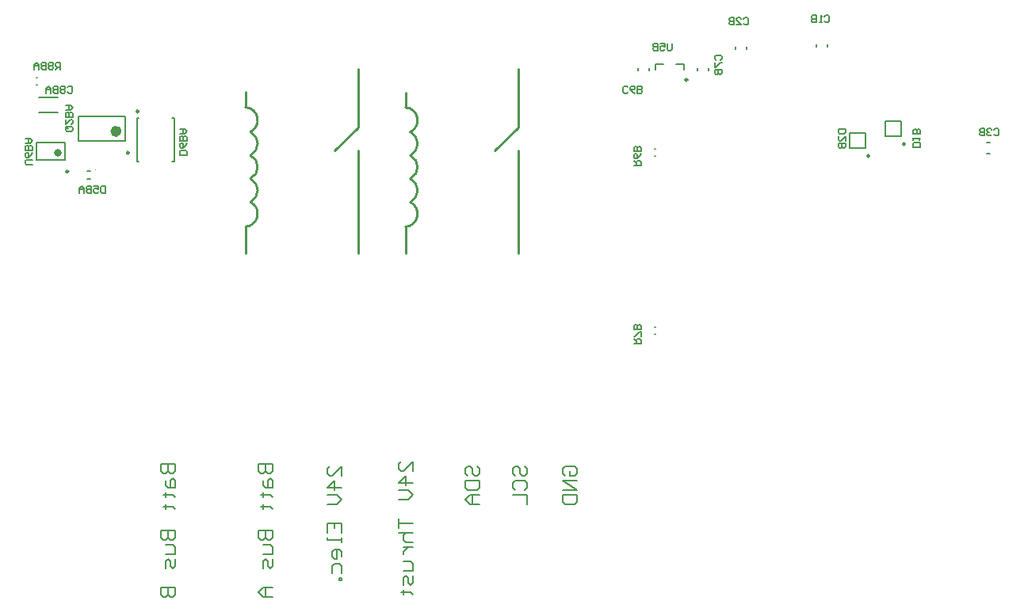
<source format=gbo>
G04 Layer_Color=32896*
%FSLAX24Y24*%
%MOIN*%
G70*
G01*
G75*
%ADD23C,0.0100*%
%ADD40C,0.0039*%
%ADD41C,0.0098*%
%ADD42C,0.0236*%
%ADD44C,0.0157*%
%ADD45C,0.0079*%
%ADD48C,0.0070*%
D23*
X17197Y16909D02*
G03*
X17197Y17894I-246J492D01*
G01*
Y18878D02*
G03*
X17197Y19862I-246J492D01*
G01*
X16996Y15869D02*
G03*
X17197Y16909I-46J548D01*
G01*
Y19862D02*
G03*
X16990Y20903I-246J492D01*
G01*
X17197Y17894D02*
G03*
X17197Y18878I-246J492D01*
G01*
X10472Y17898D02*
G03*
X10472Y18882I-246J492D01*
G01*
Y19866D02*
G03*
X10266Y20907I-246J492D01*
G01*
X10272Y15873D02*
G03*
X10472Y16913I-46J548D01*
G01*
Y18882D02*
G03*
X10472Y19866I-246J492D01*
G01*
Y16913D02*
G03*
X10472Y17898I-246J492D01*
G01*
X16996Y14748D02*
Y15869D01*
X16990Y20903D02*
Y21525D01*
X17000Y21535D01*
X21724Y20059D02*
Y22520D01*
X20740Y19075D02*
X21724Y20059D01*
Y14744D02*
Y19075D01*
X15000Y14748D02*
Y19079D01*
X14016D02*
X15000Y20063D01*
Y22524D01*
X10266Y21529D02*
X10276Y21539D01*
X10266Y20907D02*
Y21529D01*
X10272Y14752D02*
Y15873D01*
D40*
X3973Y18284D02*
G03*
X3973Y18284I-20J0D01*
G01*
D41*
X28858Y22059D02*
G03*
X28858Y22059I-49J0D01*
G01*
X38006Y19356D02*
G03*
X38006Y19356I-49J0D01*
G01*
X36506Y18856D02*
G03*
X36506Y18856I-49J0D01*
G01*
X2816Y18202D02*
G03*
X2816Y18202I-49J0D01*
G01*
X5361Y18988D02*
G03*
X5361Y18988I-49J0D01*
G01*
X5770Y20732D02*
G03*
X5770Y20732I-49J0D01*
G01*
D42*
X4936Y19894D02*
G03*
X4936Y19894I-118J0D01*
G01*
D44*
X2451Y18989D02*
G03*
X2451Y18989I-79J0D01*
G01*
D45*
X34736Y23441D02*
Y23559D01*
X34264Y23441D02*
Y23559D01*
X31336Y23341D02*
Y23459D01*
X30864Y23341D02*
Y23459D01*
X28710Y22483D02*
Y22719D01*
X28376D02*
X28710D01*
X27490Y22483D02*
Y22719D01*
X27824D01*
X37165Y19693D02*
Y20307D01*
X37835D01*
Y19693D02*
Y20307D01*
X37165Y19693D02*
X37835D01*
X35665Y19193D02*
Y19807D01*
X36335D01*
Y19193D02*
Y19807D01*
X35665Y19193D02*
X36335D01*
X41441Y18964D02*
X41559D01*
X41441Y19436D02*
X41559D01*
X29264Y22441D02*
Y22559D01*
X29736Y22441D02*
Y22559D01*
X27480Y18852D02*
X27520D01*
X27480Y19148D02*
X27520D01*
X26764Y22441D02*
Y22559D01*
X27236Y22441D02*
Y22559D01*
X27480Y11352D02*
X27520D01*
X27480Y11648D02*
X27520D01*
X1467Y18674D02*
X2688D01*
X1467Y19422D02*
X2688D01*
Y18674D02*
Y19422D01*
X1467Y18674D02*
Y19422D01*
X3243Y19500D02*
X5212D01*
X3243Y20524D02*
X5212D01*
Y19500D02*
Y20524D01*
X3243Y19500D02*
Y20524D01*
X7175Y18630D02*
X7265D01*
X7175Y20441D02*
X7265D01*
X5690Y18630D02*
X5780D01*
X5690Y20441D02*
X5780D01*
X7265Y18630D02*
Y20441D01*
X5690Y18630D02*
Y20441D01*
X3617Y17891D02*
X3738D01*
X3617Y18206D02*
X3738D01*
X1458Y21852D02*
X1497D01*
X1458Y22148D02*
X1497D01*
X1584Y20695D02*
X2371D01*
X1584Y21305D02*
X2371D01*
D48*
X34620Y24720D02*
X34670Y24770D01*
X34770D01*
X34820Y24720D01*
Y24520D01*
X34770Y24470D01*
X34670D01*
X34620Y24520D01*
X34520Y24470D02*
X34420D01*
X34470D01*
Y24770D01*
X34520Y24720D01*
X34270Y24770D02*
Y24470D01*
X34120D01*
X34070Y24520D01*
Y24570D01*
X34120Y24620D01*
X34270D01*
X34120D01*
X34070Y24670D01*
Y24720D01*
X34120Y24770D01*
X34270D01*
X31220Y24620D02*
X31270Y24670D01*
X31370D01*
X31420Y24620D01*
Y24420D01*
X31370Y24370D01*
X31270D01*
X31220Y24420D01*
X30920Y24370D02*
X31120D01*
X30920Y24570D01*
Y24620D01*
X30970Y24670D01*
X31070D01*
X31120Y24620D01*
X30820Y24670D02*
Y24370D01*
X30670D01*
X30620Y24420D01*
Y24470D01*
X30670Y24520D01*
X30820D01*
X30670D01*
X30620Y24570D01*
Y24620D01*
X30670Y24670D01*
X30820D01*
X41740Y19960D02*
X41790Y20010D01*
X41890D01*
X41940Y19960D01*
Y19760D01*
X41890Y19710D01*
X41790D01*
X41740Y19760D01*
X41640Y19960D02*
X41590Y20010D01*
X41490D01*
X41440Y19960D01*
Y19910D01*
X41490Y19860D01*
X41540D01*
X41490D01*
X41440Y19810D01*
Y19760D01*
X41490Y19710D01*
X41590D01*
X41640Y19760D01*
X41340Y20010D02*
Y19710D01*
X41190D01*
X41140Y19760D01*
Y19810D01*
X41190Y19860D01*
X41340D01*
X41190D01*
X41140Y19910D01*
Y19960D01*
X41190Y20010D01*
X41340D01*
X26340Y21550D02*
X26290Y21500D01*
X26190D01*
X26140Y21550D01*
Y21750D01*
X26190Y21800D01*
X26290D01*
X26340Y21750D01*
X26640Y21500D02*
X26540Y21550D01*
X26440Y21650D01*
Y21750D01*
X26490Y21800D01*
X26590D01*
X26640Y21750D01*
Y21700D01*
X26590Y21650D01*
X26440D01*
X26740Y21500D02*
Y21800D01*
X26890D01*
X26940Y21750D01*
Y21700D01*
X26890Y21650D01*
X26740D01*
X26890D01*
X26940Y21600D01*
Y21550D01*
X26890Y21500D01*
X26740D01*
X4377Y17588D02*
Y17288D01*
X4228D01*
X4178Y17338D01*
Y17538D01*
X4228Y17588D01*
X4377D01*
X3878D02*
X4078D01*
Y17438D01*
X3978Y17488D01*
X3928D01*
X3878Y17438D01*
Y17338D01*
X3928Y17288D01*
X4028D01*
X4078Y17338D01*
X3778Y17588D02*
Y17288D01*
X3628D01*
X3578Y17338D01*
Y17388D01*
X3628Y17438D01*
X3778D01*
X3628D01*
X3578Y17488D01*
Y17538D01*
X3628Y17588D01*
X3778D01*
X3478Y17288D02*
Y17488D01*
X3378Y17588D01*
X3278Y17488D01*
Y17288D01*
Y17438D01*
X3478D01*
X7800Y18900D02*
X7500D01*
Y19050D01*
X7550Y19100D01*
X7750D01*
X7800Y19050D01*
Y18900D01*
Y19400D02*
X7750Y19300D01*
X7650Y19200D01*
X7550D01*
X7500Y19250D01*
Y19350D01*
X7550Y19400D01*
X7600D01*
X7650Y19350D01*
Y19200D01*
X7800Y19500D02*
X7500D01*
Y19650D01*
X7550Y19700D01*
X7600D01*
X7650Y19650D01*
Y19500D01*
Y19650D01*
X7700Y19700D01*
X7750D01*
X7800Y19650D01*
Y19500D01*
X7500Y19800D02*
X7700D01*
X7800Y19900D01*
X7700Y20000D01*
X7500D01*
X7650D01*
Y19800D01*
X2750Y20100D02*
X2950D01*
X3000Y20050D01*
Y19950D01*
X2950Y19900D01*
X2750D01*
X2700Y19950D01*
Y20050D01*
X2800Y20000D02*
X2700Y20100D01*
Y20050D02*
X2750Y20100D01*
X2700Y20400D02*
Y20200D01*
X2900Y20400D01*
X2950D01*
X3000Y20350D01*
Y20250D01*
X2950Y20200D01*
X3000Y20500D02*
X2700D01*
Y20650D01*
X2750Y20700D01*
X2800D01*
X2850Y20650D01*
Y20500D01*
Y20650D01*
X2900Y20700D01*
X2950D01*
X3000Y20650D01*
Y20500D01*
X2700Y20800D02*
X2900D01*
X3000Y20900D01*
X2900Y21000D01*
X2700D01*
X2850D01*
Y20800D01*
X26600Y18440D02*
X26900D01*
Y18590D01*
X26850Y18640D01*
X26750D01*
X26700Y18590D01*
Y18440D01*
Y18540D02*
X26600Y18640D01*
X26900Y18940D02*
X26850Y18840D01*
X26750Y18740D01*
X26650D01*
X26600Y18790D01*
Y18890D01*
X26650Y18940D01*
X26700D01*
X26750Y18890D01*
Y18740D01*
X26900Y19040D02*
X26600D01*
Y19190D01*
X26650Y19240D01*
X26700D01*
X26750Y19190D01*
Y19040D01*
Y19190D01*
X26800Y19240D01*
X26850D01*
X26900Y19190D01*
Y19040D01*
X26600Y10940D02*
X26900D01*
Y11090D01*
X26850Y11140D01*
X26750D01*
X26700Y11090D01*
Y10940D01*
Y11040D02*
X26600Y11140D01*
X26900Y11240D02*
Y11440D01*
X26850D01*
X26650Y11240D01*
X26600D01*
X26900Y11540D02*
X26600D01*
Y11690D01*
X26650Y11740D01*
X26700D01*
X26750Y11690D01*
Y11540D01*
Y11690D01*
X26800Y11740D01*
X26850D01*
X26900Y11690D01*
Y11540D01*
X1300Y18500D02*
X1050D01*
X1000Y18550D01*
Y18650D01*
X1050Y18700D01*
X1300D01*
Y19000D02*
X1250Y18900D01*
X1150Y18800D01*
X1050D01*
X1000Y18850D01*
Y18950D01*
X1050Y19000D01*
X1100D01*
X1150Y18950D01*
Y18800D01*
X1300Y19100D02*
X1000D01*
Y19250D01*
X1050Y19300D01*
X1100D01*
X1150Y19250D01*
Y19100D01*
Y19250D01*
X1200Y19300D01*
X1250D01*
X1300Y19250D01*
Y19100D01*
X1000Y19400D02*
X1200D01*
X1300Y19500D01*
X1200Y19600D01*
X1000D01*
X1150D01*
Y19400D01*
X30050Y22900D02*
X30000Y22950D01*
Y23050D01*
X30050Y23100D01*
X30250D01*
X30300Y23050D01*
Y22950D01*
X30250Y22900D01*
X30000Y22800D02*
Y22600D01*
X30050D01*
X30250Y22800D01*
X30300D01*
X30000Y22500D02*
X30300D01*
Y22350D01*
X30250Y22300D01*
X30200D01*
X30150Y22350D01*
Y22500D01*
Y22350D01*
X30100Y22300D01*
X30050D01*
X30000Y22350D01*
Y22500D01*
X2778Y21750D02*
X2828Y21800D01*
X2928D01*
X2977Y21750D01*
Y21550D01*
X2928Y21500D01*
X2828D01*
X2778Y21550D01*
X2678Y21750D02*
X2628Y21800D01*
X2528D01*
X2478Y21750D01*
Y21700D01*
X2528Y21650D01*
X2478Y21600D01*
Y21550D01*
X2528Y21500D01*
X2628D01*
X2678Y21550D01*
Y21600D01*
X2628Y21650D01*
X2678Y21700D01*
Y21750D01*
X2628Y21650D02*
X2528D01*
X2378Y21800D02*
Y21500D01*
X2228D01*
X2178Y21550D01*
Y21600D01*
X2228Y21650D01*
X2378D01*
X2228D01*
X2178Y21700D01*
Y21750D01*
X2228Y21800D01*
X2378D01*
X2078Y21500D02*
Y21700D01*
X1978Y21800D01*
X1878Y21700D01*
Y21500D01*
Y21650D01*
X2078D01*
X28200Y23600D02*
Y23350D01*
X28150Y23300D01*
X28050D01*
X28000Y23350D01*
Y23600D01*
X27700D02*
X27900D01*
Y23450D01*
X27800Y23500D01*
X27750D01*
X27700Y23450D01*
Y23350D01*
X27750Y23300D01*
X27850D01*
X27900Y23350D01*
X27600Y23600D02*
Y23300D01*
X27450D01*
X27400Y23350D01*
Y23400D01*
X27450Y23450D01*
X27600D01*
X27450D01*
X27400Y23500D01*
Y23550D01*
X27450Y23600D01*
X27600D01*
X38655Y19225D02*
X38355D01*
Y19375D01*
X38405Y19425D01*
X38605D01*
X38655Y19375D01*
Y19225D01*
X38355Y19525D02*
Y19625D01*
Y19575D01*
X38655D01*
X38605Y19525D01*
X38655Y19775D02*
X38355D01*
Y19925D01*
X38405Y19975D01*
X38455D01*
X38505Y19925D01*
Y19775D01*
Y19925D01*
X38555Y19975D01*
X38605D01*
X38655Y19925D01*
Y19775D01*
X35200Y20000D02*
X35500D01*
Y19850D01*
X35450Y19800D01*
X35250D01*
X35200Y19850D01*
Y20000D01*
X35500Y19500D02*
Y19700D01*
X35300Y19500D01*
X35250D01*
X35200Y19550D01*
Y19650D01*
X35250Y19700D01*
X35200Y19400D02*
X35500D01*
Y19250D01*
X35450Y19200D01*
X35400D01*
X35350Y19250D01*
Y19400D01*
Y19250D01*
X35300Y19200D01*
X35250D01*
X35200Y19250D01*
Y19400D01*
X2477Y22500D02*
Y22800D01*
X2328D01*
X2278Y22750D01*
Y22650D01*
X2328Y22600D01*
X2477D01*
X2378D02*
X2278Y22500D01*
X2178Y22750D02*
X2128Y22800D01*
X2028D01*
X1978Y22750D01*
Y22700D01*
X2028Y22650D01*
X1978Y22600D01*
Y22550D01*
X2028Y22500D01*
X2128D01*
X2178Y22550D01*
Y22600D01*
X2128Y22650D01*
X2178Y22700D01*
Y22750D01*
X2128Y22650D02*
X2028D01*
X1878Y22800D02*
Y22500D01*
X1728D01*
X1678Y22550D01*
Y22600D01*
X1728Y22650D01*
X1878D01*
X1728D01*
X1678Y22700D01*
Y22750D01*
X1728Y22800D01*
X1878D01*
X1578Y22500D02*
Y22700D01*
X1478Y22800D01*
X1378Y22700D01*
Y22500D01*
Y22650D01*
X1578D01*
X6700Y5900D02*
X7300D01*
Y5600D01*
X7200Y5500D01*
X7100D01*
X7000Y5600D01*
Y5900D01*
Y5600D01*
X6900Y5500D01*
X6800D01*
X6700Y5600D01*
Y5900D01*
X6900Y5200D02*
Y5000D01*
X7000Y4900D01*
X7300D01*
Y5200D01*
X7200Y5300D01*
X7100Y5200D01*
Y4900D01*
X6800Y4600D02*
X6900D01*
Y4700D01*
Y4500D01*
Y4600D01*
X7200D01*
X7300Y4500D01*
X6800Y4101D02*
X6900D01*
Y4201D01*
Y4001D01*
Y4101D01*
X7200D01*
X7300Y4001D01*
X6700Y3101D02*
X7300D01*
Y2801D01*
X7200Y2701D01*
X7100D01*
X7000Y2801D01*
Y3101D01*
Y2801D01*
X6900Y2701D01*
X6800D01*
X6700Y2801D01*
Y3101D01*
X6900Y2501D02*
X7200D01*
X7300Y2401D01*
Y2101D01*
X6900D01*
X7300Y1901D02*
Y1601D01*
X7200Y1501D01*
X7100Y1601D01*
Y1801D01*
X7000Y1901D01*
X6900Y1801D01*
Y1501D01*
X6700Y702D02*
X7300D01*
Y402D01*
X7200Y302D01*
X7100D01*
X7000Y402D01*
Y702D01*
Y402D01*
X6900Y302D01*
X6800D01*
X6700Y402D01*
Y702D01*
X10800Y5900D02*
X11400D01*
Y5600D01*
X11300Y5500D01*
X11200D01*
X11100Y5600D01*
Y5900D01*
Y5600D01*
X11000Y5500D01*
X10900D01*
X10800Y5600D01*
Y5900D01*
X11000Y5200D02*
Y5000D01*
X11100Y4900D01*
X11400D01*
Y5200D01*
X11300Y5300D01*
X11200Y5200D01*
Y4900D01*
X10900Y4600D02*
X11000D01*
Y4700D01*
Y4500D01*
Y4600D01*
X11300D01*
X11400Y4500D01*
X10900Y4101D02*
X11000D01*
Y4201D01*
Y4001D01*
Y4101D01*
X11300D01*
X11400Y4001D01*
X10800Y3101D02*
X11400D01*
Y2801D01*
X11300Y2701D01*
X11200D01*
X11100Y2801D01*
Y3101D01*
Y2801D01*
X11000Y2701D01*
X10900D01*
X10800Y2801D01*
Y3101D01*
X11000Y2501D02*
X11300D01*
X11400Y2401D01*
Y2101D01*
X11000D01*
X11400Y1901D02*
Y1601D01*
X11300Y1501D01*
X11200Y1601D01*
Y1801D01*
X11100Y1901D01*
X11000Y1801D01*
Y1501D01*
X11400Y702D02*
X11000D01*
X10800Y502D01*
X11000Y302D01*
X11400D01*
X11100D01*
Y702D01*
X17300Y5600D02*
Y6000D01*
X16900Y5600D01*
X16800D01*
X16700Y5700D01*
Y5900D01*
X16800Y6000D01*
X17300Y5100D02*
X16700D01*
X17000Y5400D01*
Y5000D01*
X16700Y4800D02*
X17100D01*
X17300Y4600D01*
X17100Y4401D01*
X16700D01*
Y3601D02*
Y3201D01*
Y3401D01*
X17300D01*
X16700Y3001D02*
X17300D01*
X17000D01*
X16900Y2901D01*
Y2701D01*
X17000Y2601D01*
X17300D01*
X16900Y2401D02*
X17300D01*
X17100D01*
X17000Y2301D01*
X16900Y2201D01*
Y2101D01*
Y1801D02*
X17200D01*
X17300Y1701D01*
Y1401D01*
X16900D01*
X17300Y1202D02*
Y902D01*
X17200Y802D01*
X17100Y902D01*
Y1102D01*
X17000Y1202D01*
X16900Y1102D01*
Y802D01*
X16800Y502D02*
X16900D01*
Y602D01*
Y402D01*
Y502D01*
X17200D01*
X17300Y402D01*
X14300Y5400D02*
Y5800D01*
X13900Y5400D01*
X13800D01*
X13700Y5500D01*
Y5700D01*
X13800Y5800D01*
X14300Y4900D02*
X13700D01*
X14000Y5200D01*
Y4800D01*
X13700Y4600D02*
X14100D01*
X14300Y4400D01*
X14100Y4201D01*
X13700D01*
Y3001D02*
Y3401D01*
X14300D01*
Y3001D01*
X14000Y3401D02*
Y3201D01*
X14300Y2801D02*
Y2601D01*
Y2701D01*
X13700D01*
Y2801D01*
X14300Y2001D02*
Y2201D01*
X14200Y2301D01*
X14000D01*
X13900Y2201D01*
Y2001D01*
X14000Y1901D01*
X14100D01*
Y2301D01*
X13900Y1301D02*
Y1601D01*
X14000Y1701D01*
X14200D01*
X14300Y1601D01*
Y1301D01*
Y1102D02*
X14200D01*
Y1002D01*
X14300D01*
Y1102D01*
X19600Y5400D02*
X19500Y5500D01*
Y5700D01*
X19600Y5800D01*
X19700D01*
X19800Y5700D01*
Y5500D01*
X19900Y5400D01*
X20000D01*
X20100Y5500D01*
Y5700D01*
X20000Y5800D01*
X19500Y5200D02*
X20100D01*
Y4900D01*
X20000Y4800D01*
X19600D01*
X19500Y4900D01*
Y5200D01*
X20100Y4600D02*
X19700D01*
X19500Y4400D01*
X19700Y4201D01*
X20100D01*
X19800D01*
Y4600D01*
X21600Y5400D02*
X21500Y5500D01*
Y5700D01*
X21600Y5800D01*
X21700D01*
X21800Y5700D01*
Y5500D01*
X21900Y5400D01*
X22000D01*
X22100Y5500D01*
Y5700D01*
X22000Y5800D01*
X21600Y4800D02*
X21500Y4900D01*
Y5100D01*
X21600Y5200D01*
X22000D01*
X22100Y5100D01*
Y4900D01*
X22000Y4800D01*
X21500Y4600D02*
X22100D01*
Y4201D01*
X23700Y5400D02*
X23600Y5500D01*
Y5700D01*
X23700Y5800D01*
X24100D01*
X24200Y5700D01*
Y5500D01*
X24100Y5400D01*
X23900D01*
Y5600D01*
X24200Y5200D02*
X23600D01*
X24200Y4800D01*
X23600D01*
Y4600D02*
X24200D01*
Y4300D01*
X24100Y4201D01*
X23700D01*
X23600Y4300D01*
Y4600D01*
M02*

</source>
